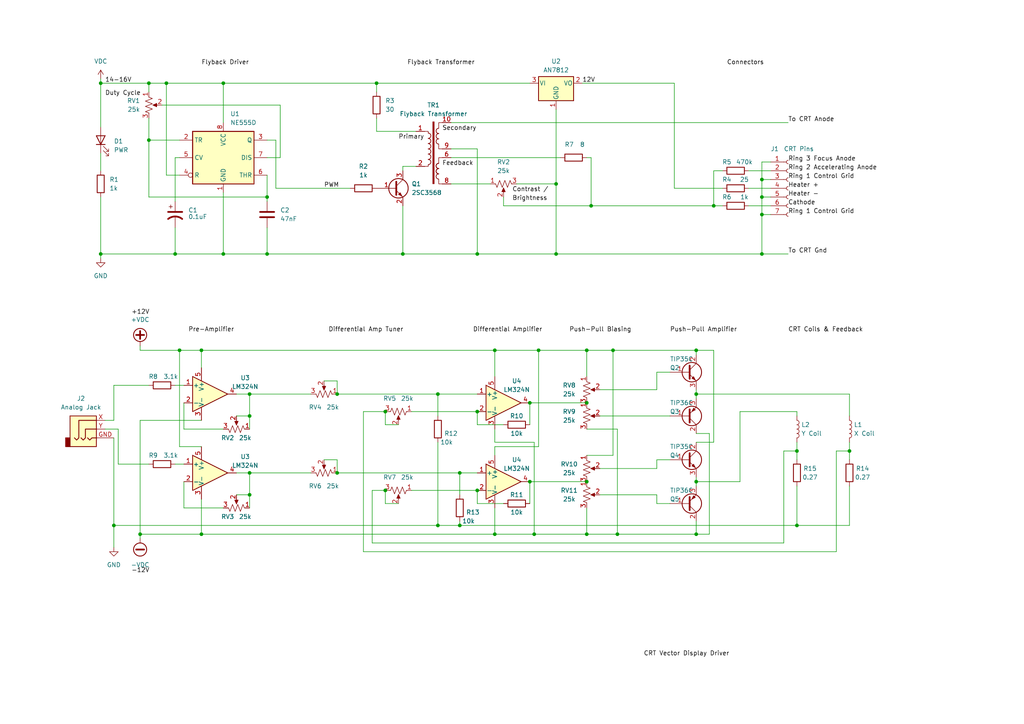
<source format=kicad_sch>
(kicad_sch (version 20211123) (generator eeschema)
  (paper "A4")
  (lib_symbols
    (symbol "Amplifier_Audio:LM1875" (pin_names (offset 0.127))
      (property "Reference" "U" (at 3.81 6.35 0))
      (property "Value" "LM1875" (at 3.81 3.81 0))
      (symbol "LM1875_0_1"
        (polyline (pts (xy -5.08 5.08) (xy 5.08 0) (xy -5.08 -5.08) (xy -5.08 5.08)) (stroke (width 0.254)) (fill (type background)))
      )
      (symbol "LM1875_1_1"
        (pin input line (at -7.62 2.54 0) (length 2.54) (name "+") (number "1"))
        (pin input line (at -7.62 -2.54 0) (length 2.54) (name "-") (number "2"))
        (pin power_in line (at -2.54 -7.62 90) (length 3.81) (name "V-") (number "3"))
        (pin output line (at 7.62 0 180) (length 2.54) (name "~") (number "4"))
        (pin power_in line (at -2.54 7.62 270) (length 3.81) (name "V+") (number "5"))
      )
    )
    (symbol "Connector:AudioJack3"
      (property "Reference" "J" (at 0 8.89 0))
      (property "Value" "AudioJack3" (at 0 6.35 0))
      (symbol "AudioJack3_0_1"
        (rectangle (start -5.08 -5.08) (end -6.35 -2.54) (stroke (width 0.254)) (fill (type outline)))
        (polyline (pts (xy 0 -2.54) (xy 0.635 -3.175) (xy 1.27 -2.54) (xy 2.54 -2.54)) (stroke (width 0.254)))
        (polyline (pts (xy -1.905 -2.54) (xy -1.27 -3.175) (xy -0.635 -2.54) (xy -0.635 0) (xy 2.54 0)) (stroke (width 0.254)))
        (polyline (pts (xy 2.54 2.54) (xy -2.54 2.54) (xy -2.54 -2.54) (xy -3.175 -3.175) (xy -3.81 -2.54)) (stroke (width 0.254)))
        (rectangle (start 2.54 3.81) (end -5.08 -5.08) (stroke (width 0.254)) (fill (type background)))
      )
      (symbol "AudioJack3_1_1"
        (pin passive line (at 7.62 -2.54 180) (length 5) (name "~") (number "GND"))
        (pin passive line (at 5.08 2.54 180) (length 2.54) (name "~") (number "X"))
        (pin passive line (at 5.08 0 180) (length 2.54) (name "~") (number "Y"))
      )
    )
    (symbol "Connector:Conn_01x07_Female" (pin_names (offset 1.016) hide)
      (property "Reference" "J" (at 0 10.16 0))
      (property "Value" "Conn_01x07_Female" (at 0 -10.16 0))
      (symbol "Conn_01x07_Female_1_1"
        (arc (start 0 -7.112) (mid -0.508 -7.62) (end 0 -8.128) (stroke (width 0.1524)))
        (arc (start 0 -4.572) (mid -0.508 -5.08) (end 0 -5.588) (stroke (width 0.1524)))
        (arc (start 0 -2.032) (mid -0.508 -2.54) (end 0 -3.048) (stroke (width 0.1524)))
        (polyline (pts (xy -1.27 -7.62) (xy -0.508 -7.62)) (stroke (width 0.1524)))
        (polyline (pts (xy -1.27 -5.08) (xy -0.508 -5.08)) (stroke (width 0.1524)))
        (polyline (pts (xy -1.27 -2.54) (xy -0.508 -2.54)) (stroke (width 0.1524)))
        (polyline (pts (xy -1.27 0) (xy -0.508 0)) (stroke (width 0.1524)))
        (polyline (pts (xy -1.27 2.54) (xy -0.508 2.54)) (stroke (width 0.1524)))
        (polyline (pts (xy -1.27 5.08) (xy -0.508 5.08)) (stroke (width 0.1524)))
        (polyline (pts (xy -1.27 7.62) (xy -0.508 7.62)) (stroke (width 0.1524)))
        (arc (start 0 0.508) (mid -0.508 0) (end 0 -0.508) (stroke (width 0.1524)))
        (arc (start 0 3.048) (mid -0.508 2.54) (end 0 2.032) (stroke (width 0.1524)))
        (arc (start 0 5.588) (mid -0.508 5.08) (end 0 4.572) (stroke (width 0.1524)))
        (arc (start 0 8.128) (mid -0.508 7.62) (end 0 7.112) (stroke (width 0.1524)))
        (pin passive line (at -5.08 7.62 0) (length 3.81) (name "Pin_1") (number "1"))
        (pin passive line (at -5.08 5.08 0) (length 3.81) (name "Pin_2") (number "2"))
        (pin passive line (at -5.08 2.54 0) (length 3.81) (name "Pin_3") (number "3"))
        (pin passive line (at -5.08 0 0) (length 3.81) (name "Pin_4") (number "4"))
        (pin passive line (at -5.08 -2.54 0) (length 3.81) (name "Pin_5") (number "5"))
        (pin passive line (at -5.08 -5.08 0) (length 3.81) (name "Pin_6") (number "6"))
        (pin passive line (at -5.08 -7.62 0) (length 3.81) (name "Pin_7") (number "7"))
      )
    )
    (symbol "Device:C" (pin_numbers hide) (pin_names (offset 0.254))
      (property "Reference" "C" (at 0.635 2.54 0))
      (property "Value" "C" (at 0.635 -2.54 0))
      (symbol "C_0_1"
        (polyline (pts (xy -2.032 -0.762) (xy 2.032 -0.762)) (stroke (width 0.508)))
        (polyline (pts (xy -2.032 0.762) (xy 2.032 0.762)) (stroke (width 0.508)))
      )
      (symbol "C_1_1"
        (pin passive line (at 0 3.81 270) (length 2.794) (name "~") (number "1"))
        (pin passive line (at 0 -3.81 90) (length 2.794) (name "~") (number "2"))
      )
    )
    (symbol "Device:C_Polarized_US" (pin_numbers hide) (pin_names (offset 0.254) hide)
      (property "Reference" "C" (at 0.635 2.54 0))
      (property "Value" "C_Polarized_US" (at 0.635 -2.54 0))
      (symbol "C_Polarized_US_0_1"
        (polyline (pts (xy -2.032 0.762) (xy 2.032 0.762)) (stroke (width 0.508)))
        (polyline (pts (xy -1.778 2.286) (xy -0.762 2.286)))
        (polyline (pts (xy -1.27 1.778) (xy -1.27 2.794)))
        (arc (start 2.032 -1.27) (mid 0 -0.5572) (end -2.032 -1.27) (stroke (width 0.508)))
      )
      (symbol "C_Polarized_US_1_1"
        (pin passive line (at 0 3.81 270) (length 2.794) (name "~") (number "1"))
        (pin passive line (at 0 -3.81 90) (length 3.302) (name "~") (number "2"))
      )
    )
    (symbol "Device:L" (pin_numbers hide) (pin_names (offset 1.016) hide)
      (property "Reference" "L" (at -1.27 0 90))
      (property "Value" "L" (at 1.905 0 90))
      (symbol "L_0_1"
        (arc (start 0 -2.54) (mid 0.635 -1.905) (end 0 -1.27))
        (arc (start 0 -1.27) (mid 0.635 -0.635) (end 0 0))
        (arc (start 0 0) (mid 0.635 0.635) (end 0 1.27))
        (arc (start 0 1.27) (mid 0.635 1.905) (end 0 2.54))
      )
      (symbol "L_1_1"
        (pin passive line (at 0 3.81 270) (length 1.27) (name "1") (number "1"))
        (pin passive line (at 0 -3.81 90) (length 1.27) (name "2") (number "2"))
      )
    )
    (symbol "Device:LED" (pin_numbers hide) (pin_names (offset 1.016) hide)
      (property "Reference" "D" (at 0 2.54 0))
      (property "Value" "LED" (at 0 -2.54 0))
      (symbol "LED_0_1"
        (polyline (pts (xy -1.27 -1.27) (xy -1.27 1.27)) (stroke (width 0.254)))
        (polyline (pts (xy -1.27 0) (xy 1.27 0)))
        (polyline (pts (xy 1.27 -1.27) (xy 1.27 1.27) (xy -1.27 0) (xy 1.27 -1.27)) (stroke (width 0.254)))
        (polyline (pts (xy -3.048 -0.762) (xy -4.572 -2.286) (xy -3.81 -2.286) (xy -4.572 -2.286) (xy -4.572 -1.524)))
        (polyline (pts (xy -1.778 -0.762) (xy -3.302 -2.286) (xy -2.54 -2.286) (xy -3.302 -2.286) (xy -3.302 -1.524)))
      )
      (symbol "LED_1_1"
        (pin passive line (at -3.81 0 0) (length 2.54) (name "K") (number "1"))
        (pin passive line (at 3.81 0 180) (length 2.54) (name "A") (number "2"))
      )
    )
    (symbol "Device:R" (pin_numbers hide) (pin_names (offset 0))
      (property "Reference" "R" (at 2.032 0 90))
      (property "Value" "R" (at 0 0 90))
      (symbol "R_0_1"
        (rectangle (start -1.016 -2.54) (end 1.016 2.54) (stroke (width 0.254)))
      )
      (symbol "R_1_1"
        (pin passive line (at 0 3.81 270) (length 1.27) (name "~") (number "1"))
        (pin passive line (at 0 -3.81 90) (length 1.27) (name "~") (number "2"))
      )
    )
    (symbol "Device:R_Potentiometer_US" (pin_names (offset 1.016) hide)
      (property "Reference" "RV" (at -4.445 0 90))
      (property "Value" "R_Potentiometer_US" (at -2.54 0 90))
      (symbol "R_Potentiometer_US_0_1"
        (polyline (pts (xy 0 -2.286) (xy 0 -2.54)))
        (polyline (pts (xy 0 2.54) (xy 0 2.286)))
        (polyline (pts (xy 2.54 0) (xy 1.524 0)))
        (polyline (pts (xy 1.143 0) (xy 2.286 0.508) (xy 2.286 -0.508) (xy 1.143 0)) (fill (type outline)))
        (polyline (pts (xy 0 -0.762) (xy 1.016 -1.143) (xy 0 -1.524) (xy -1.016 -1.905) (xy 0 -2.286)))
        (polyline (pts (xy 0 0.762) (xy 1.016 0.381) (xy 0 0) (xy -1.016 -0.381) (xy 0 -0.762)))
        (polyline (pts (xy 0 2.286) (xy 1.016 1.905) (xy 0 1.524) (xy -1.016 1.143) (xy 0 0.762)))
      )
      (symbol "R_Potentiometer_US_1_1"
        (pin passive line (at 0 3.81 270) (length 1.27) (name "1") (number "1"))
        (pin passive line (at 3.81 0 180) (length 1.27) (name "2") (number "2"))
        (pin passive line (at 0 -3.81 90) (length 1.27) (name "3") (number "3"))
      )
    )
    (symbol "Regulator_Linear:AMS1117-5.0" (pin_names (offset 0.254))
      (property "Reference" "U" (at -3.81 3.175 0))
      (property "Value" "AMS1117-5.0" (at 0 3.175 0))
      (symbol "AMS1117-5.0_0_1"
        (rectangle (start -5.08 -5.08) (end 5.08 1.905) (stroke (width 0.254)) (fill (type background)))
      )
      (symbol "AMS1117-5.0_1_1"
        (pin power_in line (at 0 -7.62 90) (length 2.54) (name "GND") (number "1"))
        (pin power_out line (at 7.62 0 180) (length 2.54) (name "VO") (number "2"))
        (pin power_in line (at -7.62 0 0) (length 2.54) (name "VI") (number "3"))
      )
    )
    (symbol "Timer:NE555D"
      (property "Reference" "U" (at -10.16 8.89 0))
      (property "Value" "NE555D" (at 2.54 8.89 0))
      (symbol "NE555D_0_0"
        (pin power_in line (at 0 -10.16 90) (length 2.54) (name "GND") (number "1"))
        (pin power_in line (at 0 10.16 270) (length 2.54) (name "VCC") (number "8"))
      )
      (symbol "NE555D_0_1"
        (rectangle (start -8.89 -7.62) (end 8.89 7.62) (stroke (width 0.254)) (fill (type background)))
        (rectangle (start -8.89 -7.62) (end 8.89 7.62) (stroke (width 0.254)) (fill (type background)))
      )
      (symbol "NE555D_1_1"
        (pin input line (at -12.7 5.08 0) (length 3.81) (name "TR") (number "2"))
        (pin output line (at 12.7 5.08 180) (length 3.81) (name "Q") (number "3"))
        (pin input inverted (at -12.7 -5.08 0) (length 3.81) (name "R") (number "4"))
        (pin input line (at -12.7 0 0) (length 3.81) (name "CV") (number "5"))
        (pin input line (at 12.7 -5.08 180) (length 3.81) (name "THR") (number "6"))
        (pin input line (at 12.7 0 180) (length 3.81) (name "DIS") (number "7"))
      )
    )
    (symbol "Transformer:TEZ4.0-D-2" (pin_names (offset 0.0254))
      (property "Reference" "TR" (at 0 8.89 0))
      (property "Value" "TEZ4.0-D-2" (at 0 -11.43 0))
      (symbol "TEZ4.0-D-2_0_1"
        (arc (start -1.524 -4.572) (mid -0.762 -3.81) (end -1.524 -3.048) (stroke (width 0.2032)))
        (arc (start -1.524 -3.048) (mid -0.762 -2.286) (end -1.524 -1.524) (stroke (width 0.2032)))
        (arc (start -1.524 -1.524) (mid -0.762 -0.762) (end -1.524 0) (stroke (width 0.2032)))
        (arc (start -1.524 0) (mid -0.762 0.762) (end -1.524 1.524) (stroke (width 0.2032)))
        (arc (start -1.524 1.524) (mid -0.762 2.286) (end -1.524 3.048) (stroke (width 0.2032)))
        (arc (start -1.524 3.048) (mid -0.762 3.81) (end -1.524 4.572) (stroke (width 0.2032)))
        (rectangle (start -0.254 7.874) (end 0.254 -10.16) (stroke (width 0.0254)) (fill (type outline)))
        (polyline (pts (xy -1.524 -4.572) (xy -1.524 -5.08) (xy -2.54 -5.08)))
        (polyline (pts (xy -1.524 4.572) (xy -1.524 5.08) (xy -2.54 5.08)))
        (polyline (pts (xy 1.524 -8.89) (xy 1.524 -10.16) (xy 2.54 -10.16)))
        (polyline (pts (xy 2.54 -2.54) (xy 1.524 -2.54) (xy 1.524 -4.064)))
        (polyline (pts (xy 2.54 0) (xy 1.524 0) (xy 1.524 1.27)))
        (polyline (pts (xy 2.54 7.62) (xy 1.524 7.62) (xy 1.524 6.096)))
        (arc (start 1.524 -7.239) (mid 0.762 -8.001) (end 1.524 -8.763) (stroke (width 0.2032)))
        (arc (start 1.524 -5.715) (mid 0.762 -6.477) (end 1.524 -7.239) (stroke (width 0.2032)))
        (arc (start 1.524 -5.715) (mid 0.762 -6.477) (end 1.524 -7.239) (stroke (width 0.2032)))
        (arc (start 1.524 -4.191) (mid 0.762 -4.953) (end 1.524 -5.715) (stroke (width 0.2032)))
        (arc (start 1.524 -4.191) (mid 0.762 -4.953) (end 1.524 -5.715) (stroke (width 0.2032)))
        (arc (start 1.524 2.921) (mid 0.762 2.159) (end 1.524 1.397) (stroke (width 0.2032)))
        (arc (start 1.524 4.445) (mid 0.762 3.683) (end 1.524 2.921) (stroke (width 0.2032)))
        (arc (start 1.524 5.969) (mid 0.762 5.207) (end 1.524 4.445) (stroke (width 0.2032)))
      )
      (symbol "TEZ4.0-D-2_1_1"
        (pin passive line (at -5.08 5.08 0) (length 2.54) (name "~") (number "1"))
        (pin passive line (at 5.08 7.62 180) (length 2.54) (name "~") (number "10"))
        (pin passive line (at -5.08 -5.08 0) (length 2.54) (name "~") (number "2"))
        (pin passive line (at 5.08 -2.54 180) (length 2.54) (name "~") (number "6"))
        (pin passive line (at 5.08 -10.16 180) (length 2.54) (name "~") (number "8"))
        (pin passive line (at 5.08 0 180) (length 2.54) (name "") (number "9"))
      )
    )
    (symbol "Transistor_BJT:2SC4213" (pin_names (offset 0) hide)
      (property "Reference" "Q" (at 5.08 1.905 0))
      (property "Value" "2SC4213" (at 5.08 0 0))
      (symbol "2SC4213_0_1"
        (polyline (pts (xy 0.635 0.635) (xy 2.54 2.54)))
        (polyline (pts (xy 0.635 -0.635) (xy 2.54 -2.54) (xy 2.54 -2.54)))
        (polyline (pts (xy 0.635 1.905) (xy 0.635 -1.905) (xy 0.635 -1.905)) (stroke (width 0.508)))
        (polyline (pts (xy 1.27 -1.778) (xy 1.778 -1.27) (xy 2.286 -2.286) (xy 1.27 -1.778) (xy 1.27 -1.778)) (fill (type outline)))
        (circle (center 1.27 0) (radius 2.8194) (stroke (width 0.254)))
      )
      (symbol "2SC4213_1_1"
        (pin input line (at -5.08 0 0) (length 5.715) (name "B") (number "1"))
        (pin passive line (at 2.54 -5.08 90) (length 2.54) (name "E") (number "2"))
        (pin passive line (at 2.54 5.08 270) (length 2.54) (name "C") (number "3"))
      )
    )
    (symbol "Transistor_BJT:TIP41A" (pin_names (offset 0) hide)
      (property "Reference" "Q" (at 6.35 1.905 0))
      (property "Value" "TIP41A" (at 6.35 0 0))
      (symbol "TIP41A_0_1"
        (polyline (pts (xy 0.635 0.635) (xy 2.54 2.54)))
        (polyline (pts (xy 0.635 -0.635) (xy 2.54 -2.54) (xy 2.54 -2.54)))
        (polyline (pts (xy 0.635 1.905) (xy 0.635 -1.905) (xy 0.635 -1.905)) (stroke (width 0.508)))
        (polyline (pts (xy 1.27 -1.778) (xy 1.778 -1.27) (xy 2.286 -2.286) (xy 1.27 -1.778) (xy 1.27 -1.778)) (fill (type outline)))
        (circle (center 1.27 0) (radius 2.8194) (stroke (width 0.254)))
      )
      (symbol "TIP41A_1_1"
        (pin input line (at -5.08 0 0) (length 5.715) (name "B") (number "1"))
        (pin passive line (at 2.54 5.08 270) (length 2.54) (name "C") (number "2"))
        (pin passive line (at 2.54 -5.08 90) (length 2.54) (name "E") (number "3"))
      )
    )
    (symbol "Transistor_BJT:TIP42" (pin_names (offset 0) hide)
      (property "Reference" "Q" (at 6.35 1.905 0))
      (property "Value" "TIP42" (at 6.35 0 0))
      (symbol "TIP42_0_1"
        (polyline (pts (xy 0.635 0.635) (xy 2.54 2.54)))
        (polyline (pts (xy 0.635 -0.635) (xy 2.54 -2.54) (xy 2.54 -2.54)))
        (polyline (pts (xy 0.635 1.905) (xy 0.635 -1.905) (xy 0.635 -1.905)) (stroke (width 0.508)))
        (polyline (pts (xy 2.286 -1.778) (xy 1.778 -2.286) (xy 1.27 -1.27) (xy 2.286 -1.778) (xy 2.286 -1.778)) (fill (type outline)))
        (circle (center 1.27 0) (radius 2.8194) (stroke (width 0.254)))
      )
      (symbol "TIP42_1_1"
        (pin input line (at -5.08 0 0) (length 5.715) (name "B") (number "1"))
        (pin passive line (at 2.54 5.08 270) (length 2.54) (name "C") (number "2"))
        (pin passive line (at 2.54 -5.08 90) (length 2.54) (name "E") (number "3"))
      )
    )
    (symbol "power:+VDC" (power) (pin_names (offset 0))
      (property "Value" "+VDC" (at 0 6.35 0))
      (symbol "+VDC_0_1"
        (polyline (pts (xy -1.143 3.175) (xy 1.143 3.175)) (stroke (width 0.508)))
        (polyline (pts (xy 0 0) (xy 0 1.27)))
        (polyline (pts (xy 0 2.032) (xy 0 4.318)) (stroke (width 0.508)))
        (circle (center 0 3.175) (radius 1.905) (stroke (width 0.254)))
      )
      (symbol "+VDC_1_1"
        (pin power_in line (at 0 0 90) (length 0) hide (name "+VDC") (number "1"))
      )
    )
    (symbol "power:-VDC" (power) (pin_names (offset 0))
      (property "Value" "-VDC" (at 0 6.35 0))
      (symbol "-VDC_0_1"
        (polyline (pts (xy -1.143 3.175) (xy 1.143 3.175)) (stroke (width 0.508)))
        (polyline (pts (xy 0 0) (xy 0 1.27)))
        (circle (center 0 3.175) (radius 1.905) (stroke (width 0.254)))
      )
      (symbol "-VDC_1_1"
        (pin power_in line (at 0 0 90) (length 0) hide (name "-VDC") (number "1"))
      )
    )
    (symbol "power:GND" (power) (pin_names (offset 0))
      (property "Value" "GND" (at 0 -3.81 0))
      (symbol "GND_0_1"
        (polyline (pts (xy 0 0) (xy 0 -1.27) (xy 1.27 -1.27) (xy 0 -2.54) (xy -1.27 -1.27) (xy 0 -1.27)))
      )
      (symbol "GND_1_1"
        (pin power_in line (at 0 0 270) (length 0) hide (name "GND") (number "1"))
      )
    )
    (symbol "power:VDC" (power) (pin_names (offset 0))
      (property "Value" "VDC" (at 0 6.35 0))
      (symbol "VDC_0_1"
        (polyline (pts (xy -0.762 1.27) (xy 0 2.54)))
        (polyline (pts (xy 0 0) (xy 0 2.54)))
        (polyline (pts (xy 0 2.54) (xy 0.762 1.27)))
      )
      (symbol "VDC_1_1"
        (pin power_in line (at 0 0 90) (length 0) hide (name "VDC") (number "1"))
      )
    )
  )
  (junction (at 116.84 73.66))
  (junction (at 161.29 53.34))
  (junction (at 72.39 114.3))
  (junction (at 77.47 73.66))
  (junction (at 133.35 152.4))
  (junction (at 58.42 101.6))
  (junction (at 97.79 137.16))
  (junction (at 153.67 139.7))
  (junction (at 111.76 142.24))
  (junction (at 109.22 24.13))
  (junction (at 201.93 101.6))
  (junction (at 33.02 152.4))
  (junction (at 231.14 130.81))
  (junction (at 127 152.4))
  (junction (at 231.14 152.4))
  (junction (at 77.47 57.15))
  (junction (at 201.93 114.3))
  (junction (at 43.18 24.13))
  (junction (at 50.8 73.66))
  (junction (at 161.29 73.66))
  (junction (at 143.51 154.94))
  (junction (at 111.76 119.38))
  (junction (at 43.18 40.64))
  (junction (at 171.45 59.69))
  (junction (at 72.39 137.16))
  (junction (at 72.39 120.65))
  (junction (at 220.98 73.66))
  (junction (at 127 114.3))
  (junction (at 29.21 24.13))
  (junction (at 64.77 73.66))
  (junction (at 201.93 154.94))
  (junction (at 153.67 116.84))
  (junction (at 170.18 101.6))
  (junction (at 29.21 73.66))
  (junction (at 201.93 139.7))
  (junction (at 220.98 57.15))
  (junction (at 220.98 62.23))
  (junction (at 72.39 143.51))
  (junction (at 170.18 116.84))
  (junction (at 220.98 52.07))
  (junction (at 177.8 101.6))
  (junction (at 138.43 119.38))
  (junction (at 170.18 154.94))
  (junction (at 138.43 73.66))
  (junction (at 154.94 154.94))
  (junction (at 97.79 114.3))
  (junction (at 64.77 24.13))
  (junction (at 156.21 101.6))
  (junction (at 52.07 101.6))
  (junction (at 246.38 130.81))
  (junction (at 133.35 137.16))
  (junction (at 179.07 154.94))
  (junction (at 143.51 101.6))
  (junction (at 170.18 139.7))
  (junction (at 207.01 59.69))
  (junction (at 48.26 24.13))
  (junction (at 58.42 154.94))
  (junction (at 138.43 142.24))
  (junction (at 40.64 154.94))
  (wire (pts (xy 138.43 123.19) (xy 138.43 119.38)))
  (wire (pts (xy 214.63 119.38) (xy 231.14 119.38)))
  (wire (pts (xy 143.51 129.54) (xy 156.21 129.54)))
  (wire (pts (xy 207.01 49.53) (xy 207.01 59.69)))
  (wire (pts (xy 231.14 130.81) (xy 227.33 130.81)))
  (wire (pts (xy 109.22 24.13) (xy 109.22 26.67)))
  (wire (pts (xy 40.64 121.92) (xy 40.64 154.94)))
  (wire (pts (xy 111.76 142.24) (xy 111.76 146.05)))
  (wire (pts (xy 50.8 73.66) (xy 64.77 73.66)))
  (wire (pts (xy 120.65 48.26) (xy 116.84 48.26)))
  (wire (pts (xy 81.28 30.48) (xy 81.28 45.72)))
  (wire (pts (xy 105.41 160.02) (xy 242.57 160.02)))
  (wire (pts (xy 105.41 160.02) (xy 105.41 119.38)))
  (wire (pts (xy 72.39 137.16) (xy 72.39 143.51)))
  (wire (pts (xy 127 128.27) (xy 127 152.4)))
  (wire (pts (xy 29.21 73.66) (xy 50.8 73.66)))
  (wire (pts (xy 77.47 57.15) (xy 43.18 57.15)))
  (wire (pts (xy 161.29 73.66) (xy 220.98 73.66)))
  (wire (pts (xy 64.77 24.13) (xy 64.77 35.56)))
  (wire (pts (xy 111.76 146.05) (xy 115.57 146.05)))
  (wire (pts (xy 231.14 119.38) (xy 231.14 120.65)))
  (wire (pts (xy 97.79 137.16) (xy 133.35 137.16)))
  (wire (pts (xy 43.18 40.64) (xy 43.18 57.15)))
  (wire (pts (xy 205.74 125.73) (xy 205.74 154.94)))
  (wire (pts (xy 143.51 129.54) (xy 143.51 132.08)))
  (wire (pts (xy 149.86 53.34) (xy 161.29 53.34)))
  (wire (pts (xy 195.58 24.13) (xy 195.58 54.61)))
  (wire (pts (xy 138.43 43.18) (xy 138.43 73.66)))
  (wire (pts (xy 77.47 50.8) (xy 77.47 57.15)))
  (wire (pts (xy 64.77 124.46) (xy 53.34 124.46)))
  (wire (pts (xy 190.5 133.35) (xy 194.31 133.35)))
  (wire (pts (xy 50.8 66.04) (xy 50.8 73.66)))
  (wire (pts (xy 29.21 57.15) (xy 29.21 73.66)))
  (wire (pts (xy 179.07 124.46) (xy 179.07 154.94)))
  (wire (pts (xy 29.21 36.83) (xy 29.21 24.13)))
  (wire (pts (xy 53.34 116.84) (xy 53.34 124.46)))
  (wire (pts (xy 43.18 40.64) (xy 52.07 40.64)))
  (wire (pts (xy 207.01 49.53) (xy 209.55 49.53)))
  (wire (pts (xy 190.5 113.03) (xy 190.5 107.95)))
  (wire (pts (xy 190.5 107.95) (xy 194.31 107.95)))
  (wire (pts (xy 77.47 66.04) (xy 77.47 73.66)))
  (wire (pts (xy 153.67 116.84) (xy 170.18 116.84)))
  (wire (pts (xy 29.21 74.93) (xy 29.21 73.66)))
  (wire (pts (xy 119.38 142.24) (xy 138.43 142.24)))
  (wire (pts (xy 50.8 134.62) (xy 53.34 134.62)))
  (wire (pts (xy 133.35 137.16) (xy 138.43 137.16)))
  (wire (pts (xy 173.99 113.03) (xy 190.5 113.03)))
  (wire (pts (xy 242.57 130.81) (xy 242.57 160.02)))
  (wire (pts (xy 153.67 123.19) (xy 153.67 116.84)))
  (wire (pts (xy 30.48 121.92) (xy 33.02 121.92)))
  (wire (pts (xy 201.93 101.6) (xy 201.93 102.87)))
  (wire (pts (xy 127 114.3) (xy 138.43 114.3)))
  (wire (pts (xy 207.01 128.27) (xy 207.01 101.6)))
  (wire (pts (xy 246.38 130.81) (xy 246.38 133.35)))
  (wire (pts (xy 93.98 110.49) (xy 97.79 110.49)))
  (wire (pts (xy 72.39 143.51) (xy 72.39 147.32)))
  (wire (pts (xy 29.21 22.86) (xy 29.21 24.13)))
  (wire (pts (xy 52.07 50.8) (xy 48.26 50.8)))
  (wire (pts (xy 53.34 147.32) (xy 53.34 139.7)))
  (wire (pts (xy 201.93 101.6) (xy 207.01 101.6)))
  (wire (pts (xy 72.39 114.3) (xy 72.39 120.65)))
  (wire (pts (xy 201.93 139.7) (xy 214.63 139.7)))
  (wire (pts (xy 33.02 127) (xy 33.02 152.4)))
  (wire (pts (xy 58.42 144.78) (xy 58.42 154.94)))
  (wire (pts (xy 190.5 146.05) (xy 190.5 143.51)))
  (wire (pts (xy 77.47 73.66) (xy 116.84 73.66)))
  (wire (pts (xy 64.77 24.13) (xy 109.22 24.13)))
  (wire (pts (xy 146.05 57.15) (xy 146.05 59.69)))
  (wire (pts (xy 173.99 135.89) (xy 190.5 135.89)))
  (wire (pts (xy 170.18 132.08) (xy 177.8 132.08)))
  (wire (pts (xy 161.29 31.75) (xy 161.29 53.34)))
  (wire (pts (xy 246.38 130.81) (xy 242.57 130.81)))
  (wire (pts (xy 58.42 101.6) (xy 143.51 101.6)))
  (wire (pts (xy 107.95 157.48) (xy 107.95 142.24)))
  (wire (pts (xy 68.58 143.51) (xy 72.39 143.51)))
  (wire (pts (xy 170.18 124.46) (xy 179.07 124.46)))
  (wire (pts (xy 43.18 34.29) (xy 43.18 40.64)))
  (wire (pts (xy 127 152.4) (xy 133.35 152.4)))
  (wire (pts (xy 52.07 45.72) (xy 50.8 45.72)))
  (wire (pts (xy 48.26 50.8) (xy 48.26 24.13)))
  (wire (pts (xy 201.93 128.27) (xy 207.01 128.27)))
  (wire (pts (xy 161.29 53.34) (xy 161.29 73.66)))
  (wire (pts (xy 29.21 44.45) (xy 29.21 49.53)))
  (wire (pts (xy 201.93 139.7) (xy 201.93 140.97)))
  (wire (pts (xy 77.47 57.15) (xy 77.47 58.42)))
  (wire (pts (xy 201.93 113.03) (xy 201.93 114.3)))
  (wire (pts (xy 138.43 146.05) (xy 138.43 142.24)))
  (wire (pts (xy 220.98 62.23) (xy 223.52 62.23)))
  (wire (pts (xy 223.52 46.99) (xy 220.98 46.99)))
  (wire (pts (xy 170.18 147.32) (xy 170.18 154.94)))
  (wire (pts (xy 72.39 120.65) (xy 72.39 124.46)))
  (wire (pts (xy 217.17 59.69) (xy 223.52 59.69)))
  (wire (pts (xy 195.58 24.13) (xy 168.91 24.13)))
  (wire (pts (xy 107.95 142.24) (xy 111.76 142.24)))
  (wire (pts (xy 58.42 106.68) (xy 58.42 101.6)))
  (wire (pts (xy 231.14 128.27) (xy 231.14 130.81)))
  (wire (pts (xy 201.93 154.94) (xy 205.74 154.94)))
  (wire (pts (xy 40.64 156.21) (xy 40.64 154.94)))
  (wire (pts (xy 143.51 101.6) (xy 143.51 109.22)))
  (wire (pts (xy 138.43 73.66) (xy 161.29 73.66)))
  (wire (pts (xy 111.76 119.38) (xy 111.76 123.19)))
  (wire (pts (xy 207.01 59.69) (xy 209.55 59.69)))
  (wire (pts (xy 154.94 154.94) (xy 170.18 154.94)))
  (wire (pts (xy 231.14 140.97) (xy 231.14 152.4)))
  (wire (pts (xy 173.99 120.65) (xy 194.31 120.65)))
  (wire (pts (xy 50.8 111.76) (xy 53.34 111.76)))
  (wire (pts (xy 33.02 121.92) (xy 33.02 111.76)))
  (wire (pts (xy 29.21 24.13) (xy 43.18 24.13)))
  (wire (pts (xy 53.34 147.32) (xy 64.77 147.32)))
  (wire (pts (xy 111.76 123.19) (xy 115.57 123.19)))
  (wire (pts (xy 170.18 101.6) (xy 170.18 109.22)))
  (wire (pts (xy 68.58 137.16) (xy 72.39 137.16)))
  (wire (pts (xy 130.81 43.18) (xy 138.43 43.18)))
  (wire (pts (xy 80.01 54.61) (xy 101.6 54.61)))
  (wire (pts (xy 68.58 120.65) (xy 72.39 120.65)))
  (wire (pts (xy 52.07 101.6) (xy 58.42 101.6)))
  (wire (pts (xy 153.67 139.7) (xy 170.18 139.7)))
  (wire (pts (xy 133.35 151.13) (xy 133.35 152.4)))
  (wire (pts (xy 220.98 52.07) (xy 220.98 57.15)))
  (wire (pts (xy 201.93 151.13) (xy 201.93 154.94)))
  (wire (pts (xy 46.99 30.48) (xy 81.28 30.48)))
  (wire (pts (xy 58.42 129.54) (xy 52.07 129.54)))
  (wire (pts (xy 133.35 137.16) (xy 133.35 143.51)))
  (wire (pts (xy 220.98 62.23) (xy 220.98 73.66)))
  (wire (pts (xy 52.07 129.54) (xy 52.07 101.6)))
  (wire (pts (xy 190.5 135.89) (xy 190.5 133.35)))
  (wire (pts (xy 153.67 139.7) (xy 153.67 146.05)))
  (wire (pts (xy 179.07 154.94) (xy 201.93 154.94)))
  (wire (pts (xy 170.18 45.72) (xy 171.45 45.72)))
  (wire (pts (xy 177.8 132.08) (xy 177.8 101.6)))
  (wire (pts (xy 223.52 52.07) (xy 220.98 52.07)))
  (wire (pts (xy 34.29 124.46) (xy 34.29 134.62)))
  (wire (pts (xy 93.98 133.35) (xy 97.79 133.35)))
  (wire (pts (xy 97.79 114.3) (xy 127 114.3)))
  (wire (pts (xy 30.48 124.46) (xy 34.29 124.46)))
  (wire (pts (xy 217.17 54.61) (xy 223.52 54.61)))
  (wire (pts (xy 33.02 111.76) (xy 43.18 111.76)))
  (wire (pts (xy 227.33 130.81) (xy 227.33 157.48)))
  (wire (pts (xy 43.18 26.67) (xy 43.18 24.13)))
  (wire (pts (xy 33.02 158.75) (xy 33.02 152.4)))
  (wire (pts (xy 97.79 133.35) (xy 97.79 137.16)))
  (wire (pts (xy 201.93 125.73) (xy 205.74 125.73)))
  (wire (pts (xy 220.98 46.99) (xy 220.98 52.07)))
  (wire (pts (xy 33.02 152.4) (xy 127 152.4)))
  (wire (pts (xy 43.18 24.13) (xy 48.26 24.13)))
  (wire (pts (xy 77.47 40.64) (xy 80.01 40.64)))
  (wire (pts (xy 170.18 154.94) (xy 179.07 154.94)))
  (wire (pts (xy 97.79 110.49) (xy 97.79 114.3)))
  (wire (pts (xy 105.41 119.38) (xy 111.76 119.38)))
  (wire (pts (xy 109.22 34.29) (xy 109.22 38.1)))
  (wire (pts (xy 154.94 128.27) (xy 154.94 154.94)))
  (wire (pts (xy 231.14 130.81) (xy 231.14 133.35)))
  (wire (pts (xy 194.31 146.05) (xy 190.5 146.05)))
  (wire (pts (xy 130.81 53.34) (xy 142.24 53.34)))
  (wire (pts (xy 143.51 128.27) (xy 154.94 128.27)))
  (wire (pts (xy 40.64 154.94) (xy 58.42 154.94)))
  (wire (pts (xy 246.38 140.97) (xy 246.38 152.4)))
  (wire (pts (xy 116.84 59.69) (xy 116.84 73.66)))
  (wire (pts (xy 109.22 38.1) (xy 120.65 38.1)))
  (wire (pts (xy 146.05 59.69) (xy 171.45 59.69)))
  (wire (pts (xy 77.47 45.72) (xy 81.28 45.72)))
  (wire (pts (xy 130.81 45.72) (xy 162.56 45.72)))
  (wire (pts (xy 143.51 147.32) (xy 143.51 154.94)))
  (wire (pts (xy 133.35 152.4) (xy 231.14 152.4)))
  (wire (pts (xy 109.22 24.13) (xy 153.67 24.13)))
  (wire (pts (xy 40.64 101.6) (xy 40.64 100.33)))
  (wire (pts (xy 58.42 121.92) (xy 40.64 121.92)))
  (wire (pts (xy 220.98 73.66) (xy 228.6 73.66)))
  (wire (pts (xy 201.93 138.43) (xy 201.93 139.7)))
  (wire (pts (xy 107.95 157.48) (xy 227.33 157.48)))
  (wire (pts (xy 72.39 114.3) (xy 90.17 114.3)))
  (wire (pts (xy 156.21 101.6) (xy 143.51 101.6)))
  (wire (pts (xy 146.05 146.05) (xy 138.43 146.05)))
  (wire (pts (xy 143.51 128.27) (xy 143.51 124.46)))
  (wire (pts (xy 177.8 101.6) (xy 201.93 101.6)))
  (wire (pts (xy 231.14 152.4) (xy 246.38 152.4)))
  (wire (pts (xy 48.26 24.13) (xy 64.77 24.13)))
  (wire (pts (xy 217.17 49.53) (xy 223.52 49.53)))
  (wire (pts (xy 127 114.3) (xy 127 120.65)))
  (wire (pts (xy 173.99 143.51) (xy 190.5 143.51)))
  (wire (pts (xy 130.81 35.56) (xy 228.6 35.56)))
  (wire (pts (xy 116.84 73.66) (xy 138.43 73.66)))
  (wire (pts (xy 156.21 101.6) (xy 170.18 101.6)))
  (wire (pts (xy 119.38 119.38) (xy 138.43 119.38)))
  (wire (pts (xy 201.93 114.3) (xy 246.38 114.3)))
  (wire (pts (xy 223.52 57.15) (xy 220.98 57.15)))
  (wire (pts (xy 154.94 154.94) (xy 143.51 154.94)))
  (wire (pts (xy 220.98 57.15) (xy 220.98 62.23)))
  (wire (pts (xy 195.58 54.61) (xy 209.55 54.61)))
  (wire (pts (xy 214.63 139.7) (xy 214.63 119.38)))
  (wire (pts (xy 34.29 134.62) (xy 43.18 134.62)))
  (wire (pts (xy 171.45 59.69) (xy 207.01 59.69)))
  (wire (pts (xy 58.42 154.94) (xy 143.51 154.94)))
  (wire (pts (xy 77.47 73.66) (xy 64.77 73.66)))
  (wire (pts (xy 116.84 48.26) (xy 116.84 49.53)))
  (wire (pts (xy 246.38 128.27) (xy 246.38 130.81)))
  (wire (pts (xy 201.93 114.3) (xy 201.93 115.57)))
  (wire (pts (xy 68.58 114.3) (xy 72.39 114.3)))
  (wire (pts (xy 64.77 73.66) (xy 64.77 55.88)))
  (wire (pts (xy 80.01 40.64) (xy 80.01 54.61)))
  (wire (pts (xy 52.07 101.6) (xy 40.64 101.6)))
  (wire (pts (xy 171.45 45.72) (xy 171.45 59.69)))
  (wire (pts (xy 170.18 101.6) (xy 177.8 101.6)))
  (wire (pts (xy 72.39 137.16) (xy 90.17 137.16)))
  (wire (pts (xy 246.38 114.3) (xy 246.38 120.65)))
  (wire (pts (xy 156.21 129.54) (xy 156.21 101.6)))
  (wire (pts (xy 146.05 123.19) (xy 138.43 123.19)))
  (wire (pts (xy 50.8 45.72) (xy 50.8 58.42)))
  (label "PWM" (at 93.98 54.61 0))
  (label "Connectors" (at 210.82 19.05 0))
  (label "Ring 2 Accelerating Anode" (at 228.6 49.53 0))
  (label "To CRT Anode" (at 228.6 35.56 0))
  (label "Duty Cycle" (at 30.48 27.94 0))
  (label "Heater +" (at 228.6 54.61 0))
  (label "Primary" (at 115.57 40.64 0))
  (label "Differential Amplifier" (at 137.16 96.52 0))
  (label "Push-Pull Biasing" (at 165.1 96.52 0))
  (label "To CRT Gnd" (at 228.6 73.66 0))
  (label "Secondary" (at 128.27 38.1 0))
  (label "CRT Vector Display Driver" (at 186.69 190.5 0))
  (label "Ring 3 Focus Anode" (at 228.6 46.99 0))
  (label "-12V" (at 38.1 166.37 0))
  (label "Contrast {slash}" (at 148.59 55.88 0))
  (label "Flyback Driver" (at 58.42 19.05 0))
  (label "Heater -" (at 228.6 57.15 0))
  (label "12V" (at 168.91 24.13 0))
  (label "+12V" (at 38.1 91.44 0))
  (label "Push-Pull Amplifier" (at 194.31 96.52 0))
  (label "14-16V" (at 30.48 24.13 0))
  (label "Pre-Amplifier" (at 54.61 96.52 0))
  (label "Feedback" (at 128.27 48.26 0))
  (label "Brightness" (at 148.59 58.42 0))
  (label "Ring 1 Control Grid" (at 228.6 62.23 0))
  (label "Ring 1 Control Grid" (at 228.6 52.07 0))
  (label "Cathode" (at 228.6 59.69 0))
  (label "Flyback Transformer" (at 118.11 19.05 0))
  (label "Differential Amp Tuner" (at 95.25 96.52 0))
  (label "CRT Coils & Feedback" (at 228.6 96.52 0))
  (symbol (lib_id "Device:R_Potentiometer_US") (at 170.18 120.65 0) (unit 1)
    (property "Reference" "RV9" (at 165.1 119.38 0))
    (property "Value" "25k" (at 165.1 121.92 0))
  )
  (symbol (lib_id "Device:L") (at 231.14 124.46 0) (unit 1)
    (property "Reference" "L2" (at 232.41 123.1899 0) (effects (justify left)))
    (property "Value" "Y Coil" (at 232.41 125.7299 0) (effects (justify left)))
  )
  (symbol (lib_id "Device:R_Potentiometer_US") (at 170.18 113.03 0) (unit 1)
    (property "Reference" "RV8" (at 165.1 111.76 0))
    (property "Value" "25k" (at 165.1 114.3 0))
  )
  (symbol (lib_id "Transformer:TEZ4.0-D-2") (at 125.73 43.18 0) (unit 1)
    (property "Reference" "TR1" (at 125.73 30.48 0))
    (property "Value" "Flyback Transformer" (at 125.73 33.02 0))
    (property "Footprint" "Transformer_THT:Transformer_Breve_TEZ-35x42" (effects hide))
    (property "Datasheet" "http://www.breve.pl/pdf/ANG/TEZ_ang.pdf" (effects hide))
  )
  (symbol (lib_id "Transistor_BJT:TIP41A") (at 199.39 107.95 0) (unit 1)
    (property "Reference" "Q2" (at 194.31 106.68 0) (effects (justify left)))
    (property "Value" "TIP35C" (at 194.31 104.14 0) (effects (justify left)))
    (property "Footprint" "Package_TO_SOT_THT:TO-220-3_Vertical" (effects hide))
    (property "Datasheet" "https://www.centralsemi.com/get_document.php?cmp=1&mergetype=pd&mergepath=pd&pdf_id=tip41.PDF" (effects hide))
  )
  (symbol (lib_id "Transistor_BJT:2SC4213") (at 114.3 54.61 0) (unit 1)
    (property "Reference" "Q1" (at 119.38 53.3399 0) (effects (justify left)))
    (property "Value" "2SC3568" (at 119.38 55.8799 0) (effects (justify left)))
    (property "Footprint" "Package_TO_SOT_SMD:SOT-323_SC-70" (effects hide))
    (property "Datasheet" "https://toshiba.semicon-storage.com/info/docget.jsp?did=19305&prodName=2SC4213" (effects hide))
  )
  (symbol (lib_id "Device:R") (at 231.14 137.16 0) (unit 1)
    (property "Reference" "R15" (at 234.95 135.89 0))
    (property "Value" "0.27" (at 234.95 138.43 0))
  )
  (symbol (lib_id "Device:R_Potentiometer_US") (at 115.57 142.24 270) (unit 1)
    (property "Reference" "RV7" (at 113.03 138.43 90))
    (property "Value" "25k" (at 118.11 138.43 90))
  )
  (symbol (lib_id "Device:LED") (at 29.21 40.64 90) (unit 1)
    (property "Reference" "D1" (at 33.02 40.9574 90) (effects (justify right)))
    (property "Value" "PWR" (at 33.02 43.4974 90) (effects (justify right)))
  )
  (symbol (lib_id "Connector:Conn_01x07_Female") (at 228.6 54.61 0) (unit 1)
    (property "Reference" "J1" (at 223.52 43.18 0) (effects (justify left)))
    (property "Value" "CRT Pins" (at 227.33 43.18 0) (effects (justify left)))
  )
  (symbol (lib_id "power:VDC") (at 29.21 22.86 0) (unit 1)
    (property "Reference" "#PWR0101" (effects hide))
    (property "Value" "VDC" (at 29.21 17.78 0))
  )
  (symbol (lib_id "Device:R") (at 105.41 54.61 270) (unit 1)
    (property "Reference" "R2" (at 105.41 48.26 90))
    (property "Value" "1k" (at 105.41 50.8 90))
  )
  (symbol (lib_id "Connector:AudioJack3") (at 25.4 124.46 0) (unit 1)
    (property "Reference" "J2" (at 23.495 115.57 0))
    (property "Value" "Analog Jack" (at 23.495 118.11 0))
  )
  (symbol (lib_id "Device:R_Potentiometer_US") (at 43.18 30.48 0) (unit 1)
    (property "Reference" "RV1" (at 40.64 29.2099 0) (effects (justify right)))
    (property "Value" "25k" (at 40.64 31.7499 0) (effects (justify right)))
  )
  (symbol (lib_id "Regulator_Linear:AMS1117-5.0") (at 161.29 24.13 0) (unit 1)
    (property "Reference" "U2" (at 161.29 17.78 0))
    (property "Value" "AN7812" (at 161.29 20.32 0))
    (property "Footprint" "Package_TO_SOT_SMD:SOT-223-3_TabPin2" (effects hide))
    (property "Datasheet" "http://www.advanced-monolithic.com/pdf/ds1117.pdf" (effects hide))
  )
  (symbol (lib_id "Device:L") (at 246.38 124.46 0) (unit 1)
    (property "Reference" "L1" (at 247.65 123.1899 0) (effects (justify left)))
    (property "Value" "X Coil" (at 247.65 125.7299 0) (effects (justify left)))
  )
  (symbol (lib_id "power:GND") (at 33.02 158.75 0) (unit 1)
    (property "Reference" "#PWR?" (effects hide))
    (property "Value" "GND" (at 33.02 163.83 0))
  )
  (symbol (lib_id "Transistor_BJT:TIP42") (at 199.39 146.05 0) (mirror x) (unit 1)
    (property "Reference" "Q5" (at 194.31 144.78 0) (effects (justify left)))
    (property "Value" "TIP36C" (at 194.31 142.24 0) (effects (justify left)))
    (property "Footprint" "Package_TO_SOT_THT:TO-220-3_Vertical" (effects hide))
    (property "Datasheet" "https://www.centralsemi.com/get_document.php?cmp=1&mergetype=pd&mergepath=pd&pdf_id=TIP42.PDF" (effects hide))
  )
  (symbol (lib_id "Device:C") (at 77.47 62.23 0) (unit 1)
    (property "Reference" "C2" (at 81.28 60.9599 0) (effects (justify left)))
    (property "Value" "47nF" (at 81.28 63.4999 0) (effects (justify left)))
  )
  (symbol (lib_id "Amplifier_Audio:LM1875") (at 146.05 116.84 0) (unit 1)
    (property "Reference" "U4" (at 149.86 110.49 0))
    (property "Value" "LM324N" (at 149.86 113.03 0))
    (property "Footprint" "Package_TO_SOT_THT:TO-220-5_P3.4x3.7mm_StaggerOdd_Lead3.8mm_Vertical" (effects hide))
    (property "Datasheet" "http://www.ti.com/lit/ds/symlink/lm1875.pdf" (effects hide))
  )
  (symbol (lib_id "Device:R") (at 149.86 123.19 90) (unit 1)
    (property "Reference" "R10" (at 149.86 120.65 90))
    (property "Value" "10k" (at 149.86 125.73 90))
  )
  (symbol (lib_id "Device:C_Polarized_US") (at 50.8 62.23 0) (unit 1)
    (property "Reference" "C1" (at 54.61 60.96 0) (effects (justify left)))
    (property "Value" "0.1uF" (at 54.61 62.8649 0) (effects (justify left)))
  )
  (symbol (lib_id "Device:R") (at 46.99 134.62 90) (unit 1)
    (property "Reference" "R9" (at 44.45 132.08 90))
    (property "Value" "3.1k" (at 49.53 132.08 90))
  )
  (symbol (lib_id "Amplifier_Audio:LM1875") (at 60.96 137.16 0) (unit 1)
    (property "Reference" "U3" (at 71.12 132.461 0))
    (property "Value" "LM324N" (at 71.12 135.001 0))
    (property "Footprint" "Package_TO_SOT_THT:TO-220-5_P3.4x3.7mm_StaggerOdd_Lead3.8mm_Vertical" (effects hide))
    (property "Datasheet" "http://www.ti.com/lit/ds/symlink/lm1875.pdf" (effects hide))
  )
  (symbol (lib_id "Device:R") (at 213.36 54.61 90) (unit 1)
    (property "Reference" "R4" (at 210.82 52.07 90))
    (property "Value" "25" (at 215.9 52.07 90))
  )
  (symbol (lib_id "Device:R_Potentiometer_US") (at 146.05 53.34 90) (mirror x) (unit 1)
    (property "Reference" "RV2" (at 146.05 46.99 90))
    (property "Value" "25k" (at 146.05 49.53 90))
  )
  (symbol (lib_id "power:GND") (at 29.21 74.93 0) (unit 1)
    (property "Reference" "#PWR02" (effects hide))
    (property "Value" "GND" (at 29.21 80.01 0))
  )
  (symbol (lib_id "Amplifier_Audio:LM1875") (at 146.05 139.7 0) (unit 1)
    (property "Reference" "U4" (at 149.86 133.35 0))
    (property "Value" "LM324N" (at 149.86 135.89 0))
    (property "Footprint" "Package_TO_SOT_THT:TO-220-5_P3.4x3.7mm_StaggerOdd_Lead3.8mm_Vertical" (effects hide))
    (property "Datasheet" "http://www.ti.com/lit/ds/symlink/lm1875.pdf" (effects hide))
  )
  (symbol (lib_id "Timer:NE555D") (at 64.77 45.72 0) (unit 1)
    (property "Reference" "U1" (at 66.7894 33.02 0) (effects (justify left)))
    (property "Value" "NE555D" (at 66.7894 35.56 0) (effects (justify left)))
    (property "Footprint" "Package_SO:SOIC-8_3.9x4.9mm_P1.27mm" (effects hide))
    (property "Datasheet" "http://www.ti.com/lit/ds/symlink/ne555.pdf" (effects hide))
  )
  (symbol (lib_id "Device:R_Potentiometer_US") (at 93.98 114.3 270) (mirror x) (unit 1)
    (property "Reference" "RV4" (at 91.44 118.11 90))
    (property "Value" "25k" (at 96.52 118.11 90))
  )
  (symbol (lib_id "Device:R") (at 109.22 30.48 0) (unit 1)
    (property "Reference" "R3" (at 111.76 29.2099 0) (effects (justify left)))
    (property "Value" "30" (at 111.76 31.7499 0) (effects (justify left)))
  )
  (symbol (lib_id "Device:R_Potentiometer_US") (at 68.58 147.32 270) (mirror x) (unit 1)
    (property "Reference" "RV3" (at 66.04 149.86 90))
    (property "Value" "25k" (at 71.12 149.86 90))
  )
  (symbol (lib_id "Device:R") (at 166.37 45.72 90) (unit 1)
    (property "Reference" "R7" (at 165.1 41.91 90))
    (property "Value" "8" (at 168.91 41.91 90))
  )
  (symbol (lib_id "Device:R") (at 46.99 111.76 90) (unit 1)
    (property "Reference" "R8" (at 44.45 109.22 90))
    (property "Value" "3.1k" (at 49.53 109.22 90))
  )
  (symbol (lib_id "Device:R") (at 127 124.46 0) (unit 1)
    (property "Reference" "R12" (at 130.81 125.73 0))
    (property "Value" "10k" (at 129.54 128.27 0))
  )
  (symbol (lib_id "Device:R") (at 213.36 49.53 90) (mirror x) (unit 1)
    (property "Reference" "R5" (at 210.82 46.99 90))
    (property "Value" "470k" (at 215.9 46.99 90))
  )
  (symbol (lib_id "Transistor_BJT:TIP41A") (at 199.39 133.35 0) (unit 1)
    (property "Reference" "Q4" (at 194.31 132.08 0) (effects (justify left)))
    (property "Value" "TIP35C" (at 194.31 129.54 0) (effects (justify left)))
    (property "Footprint" "Package_TO_SOT_THT:TO-220-3_Vertical" (effects hide))
    (property "Datasheet" "https://www.centralsemi.com/get_document.php?cmp=1&mergetype=pd&mergepath=pd&pdf_id=tip41.PDF" (effects hide))
  )
  (symbol (lib_id "Device:R") (at 133.35 147.32 0) (unit 1)
    (property "Reference" "R13" (at 137.16 148.59 0))
    (property "Value" "10k" (at 135.89 151.13 0))
  )
  (symbol (lib_id "power:+VDC") (at 40.64 100.33 0) (unit 1)
    (property "Reference" "#PWR?" (effects hide))
    (property "Value" "+VDC" (at 40.64 92.71 0))
  )
  (symbol (lib_id "power:-VDC") (at 40.64 156.21 180) (unit 1)
    (property "Reference" "#PWR?" (effects hide))
    (property "Value" "-VDC" (at 40.64 163.83 0))
  )
  (symbol (lib_id "Device:R_Potentiometer_US") (at 93.98 137.16 270) (mirror x) (unit 1)
    (property "Reference" "RV6" (at 91.44 140.97 90))
    (property "Value" "25k" (at 96.52 140.97 90))
  )
  (symbol (lib_id "Device:R_Potentiometer_US") (at 170.18 143.51 0) (unit 1)
    (property "Reference" "RV11" (at 165.1 142.24 0))
    (property "Value" "25k" (at 165.1 144.78 0))
  )
  (symbol (lib_id "Device:R") (at 246.38 137.16 0) (unit 1)
    (property "Reference" "R14" (at 250.19 135.89 0))
    (property "Value" "0.27" (at 250.19 138.43 0))
  )
  (symbol (lib_id "Device:R_Potentiometer_US") (at 68.58 124.46 270) (mirror x) (unit 1)
    (property "Reference" "RV2" (at 66.04 127 90))
    (property "Value" "25k" (at 71.12 127 90))
  )
  (symbol (lib_id "Amplifier_Audio:LM1875") (at 60.96 114.3 0) (unit 1)
    (property "Reference" "U3" (at 71.12 109.601 0))
    (property "Value" "LM324N" (at 71.12 112.141 0))
    (property "Footprint" "Package_TO_SOT_THT:TO-220-5_P3.4x3.7mm_StaggerOdd_Lead3.8mm_Vertical" (effects hide))
    (property "Datasheet" "http://www.ti.com/lit/ds/symlink/lm1875.pdf" (effects hide))
  )
  (symbol (lib_id "Device:R") (at 29.21 53.34 0) (unit 1)
    (property "Reference" "R1" (at 31.75 52.0699 0) (effects (justify left)))
    (property "Value" "1k" (at 31.75 54.6099 0) (effects (justify left)))
  )
  (symbol (lib_id "Device:R") (at 149.86 146.05 90) (unit 1)
    (property "Reference" "R11" (at 149.86 143.51 90))
    (property "Value" "10k" (at 149.86 148.59 90))
  )
  (symbol (lib_id "Device:R_Potentiometer_US") (at 115.57 119.38 270) (unit 1)
    (property "Reference" "RV5" (at 113.03 115.57 90))
    (property "Value" "25k" (at 118.11 115.57 90))
  )
  (symbol (lib_id "Device:R_Potentiometer_US") (at 170.18 135.89 0) (unit 1)
    (property "Reference" "RV10" (at 165.1 134.62 0))
    (property "Value" "25k" (at 165.1 137.16 0))
  )
  (symbol (lib_id "Device:R") (at 213.36 59.69 90) (unit 1)
    (property "Reference" "R6" (at 210.82 57.15 90))
    (property "Value" "1k" (at 215.9 57.15 90))
  )
  (symbol (lib_id "Transistor_BJT:TIP42") (at 199.39 120.65 0) (mirror x) (unit 1)
    (property "Reference" "Q3" (at 194.31 119.38 0) (effects (justify left)))
    (property "Value" "TIP36C" (at 194.31 116.84 0) (effects (justify left)))
    (property "Footprint" "Package_TO_SOT_THT:TO-220-3_Vertical" (effects hide))
    (property "Datasheet" "https://www.centralsemi.com/get_document.php?cmp=1&mergetype=pd&mergepath=pd&pdf_id=TIP42.PDF" (effects hide))
  )
)
</source>
